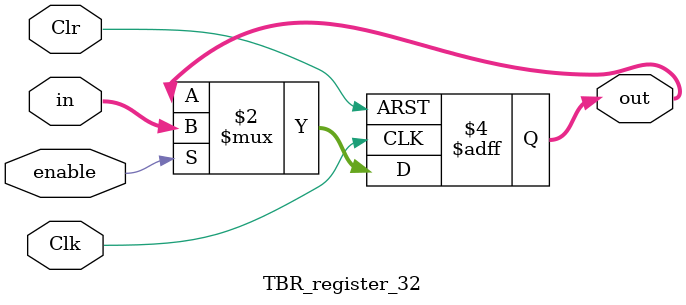
<source format=v>
module TBR_register_32 (output reg [31:0] out, input wire [31:0] in, input wire enable, Clr, Clk);
always @ (posedge Clk, posedge Clr)
	if (Clr) out <= 32'h00000180; // Restore TBA to 3
	else if (enable) out <= in; 
endmodule

</source>
